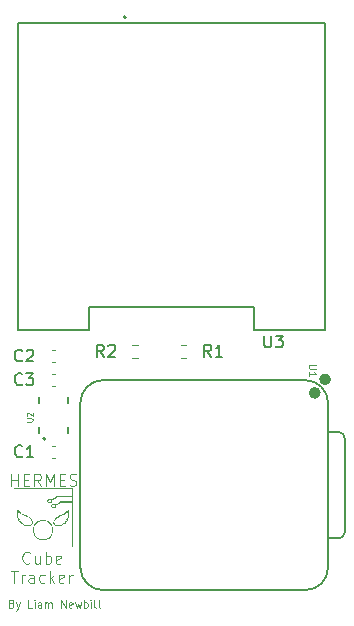
<source format=gbr>
%TF.GenerationSoftware,KiCad,Pcbnew,9.0.2*%
%TF.CreationDate,2025-07-30T21:05:43-04:00*%
%TF.ProjectId,Hermes,4865726d-6573-42e6-9b69-6361645f7063,rev?*%
%TF.SameCoordinates,Original*%
%TF.FileFunction,Legend,Top*%
%TF.FilePolarity,Positive*%
%FSLAX46Y46*%
G04 Gerber Fmt 4.6, Leading zero omitted, Abs format (unit mm)*
G04 Created by KiCad (PCBNEW 9.0.2) date 2025-07-30 21:05:43*
%MOMM*%
%LPD*%
G01*
G04 APERTURE LIST*
%ADD10C,0.125000*%
%ADD11C,0.100000*%
%ADD12C,0.087500*%
%ADD13C,0.150000*%
%ADD14C,0.120000*%
%ADD15C,0.101600*%
%ADD16C,0.000000*%
%ADD17C,0.127000*%
%ADD18C,0.200000*%
%ADD19C,0.504000*%
G04 APERTURE END LIST*
D10*
X149976190Y-95665936D02*
X149928571Y-95713556D01*
X149928571Y-95713556D02*
X149785714Y-95761175D01*
X149785714Y-95761175D02*
X149690476Y-95761175D01*
X149690476Y-95761175D02*
X149547619Y-95713556D01*
X149547619Y-95713556D02*
X149452381Y-95618317D01*
X149452381Y-95618317D02*
X149404762Y-95523079D01*
X149404762Y-95523079D02*
X149357143Y-95332603D01*
X149357143Y-95332603D02*
X149357143Y-95189746D01*
X149357143Y-95189746D02*
X149404762Y-94999270D01*
X149404762Y-94999270D02*
X149452381Y-94904032D01*
X149452381Y-94904032D02*
X149547619Y-94808794D01*
X149547619Y-94808794D02*
X149690476Y-94761175D01*
X149690476Y-94761175D02*
X149785714Y-94761175D01*
X149785714Y-94761175D02*
X149928571Y-94808794D01*
X149928571Y-94808794D02*
X149976190Y-94856413D01*
X150833333Y-95094508D02*
X150833333Y-95761175D01*
X150404762Y-95094508D02*
X150404762Y-95618317D01*
X150404762Y-95618317D02*
X150452381Y-95713556D01*
X150452381Y-95713556D02*
X150547619Y-95761175D01*
X150547619Y-95761175D02*
X150690476Y-95761175D01*
X150690476Y-95761175D02*
X150785714Y-95713556D01*
X150785714Y-95713556D02*
X150833333Y-95665936D01*
X151309524Y-95761175D02*
X151309524Y-94761175D01*
X151309524Y-95142127D02*
X151404762Y-95094508D01*
X151404762Y-95094508D02*
X151595238Y-95094508D01*
X151595238Y-95094508D02*
X151690476Y-95142127D01*
X151690476Y-95142127D02*
X151738095Y-95189746D01*
X151738095Y-95189746D02*
X151785714Y-95284984D01*
X151785714Y-95284984D02*
X151785714Y-95570698D01*
X151785714Y-95570698D02*
X151738095Y-95665936D01*
X151738095Y-95665936D02*
X151690476Y-95713556D01*
X151690476Y-95713556D02*
X151595238Y-95761175D01*
X151595238Y-95761175D02*
X151404762Y-95761175D01*
X151404762Y-95761175D02*
X151309524Y-95713556D01*
X152595238Y-95713556D02*
X152500000Y-95761175D01*
X152500000Y-95761175D02*
X152309524Y-95761175D01*
X152309524Y-95761175D02*
X152214286Y-95713556D01*
X152214286Y-95713556D02*
X152166667Y-95618317D01*
X152166667Y-95618317D02*
X152166667Y-95237365D01*
X152166667Y-95237365D02*
X152214286Y-95142127D01*
X152214286Y-95142127D02*
X152309524Y-95094508D01*
X152309524Y-95094508D02*
X152500000Y-95094508D01*
X152500000Y-95094508D02*
X152595238Y-95142127D01*
X152595238Y-95142127D02*
X152642857Y-95237365D01*
X152642857Y-95237365D02*
X152642857Y-95332603D01*
X152642857Y-95332603D02*
X152166667Y-95427841D01*
X148380952Y-96371119D02*
X148952380Y-96371119D01*
X148666666Y-97371119D02*
X148666666Y-96371119D01*
X149285714Y-97371119D02*
X149285714Y-96704452D01*
X149285714Y-96894928D02*
X149333333Y-96799690D01*
X149333333Y-96799690D02*
X149380952Y-96752071D01*
X149380952Y-96752071D02*
X149476190Y-96704452D01*
X149476190Y-96704452D02*
X149571428Y-96704452D01*
X150333333Y-97371119D02*
X150333333Y-96847309D01*
X150333333Y-96847309D02*
X150285714Y-96752071D01*
X150285714Y-96752071D02*
X150190476Y-96704452D01*
X150190476Y-96704452D02*
X150000000Y-96704452D01*
X150000000Y-96704452D02*
X149904762Y-96752071D01*
X150333333Y-97323500D02*
X150238095Y-97371119D01*
X150238095Y-97371119D02*
X150000000Y-97371119D01*
X150000000Y-97371119D02*
X149904762Y-97323500D01*
X149904762Y-97323500D02*
X149857143Y-97228261D01*
X149857143Y-97228261D02*
X149857143Y-97133023D01*
X149857143Y-97133023D02*
X149904762Y-97037785D01*
X149904762Y-97037785D02*
X150000000Y-96990166D01*
X150000000Y-96990166D02*
X150238095Y-96990166D01*
X150238095Y-96990166D02*
X150333333Y-96942547D01*
X151238095Y-97323500D02*
X151142857Y-97371119D01*
X151142857Y-97371119D02*
X150952381Y-97371119D01*
X150952381Y-97371119D02*
X150857143Y-97323500D01*
X150857143Y-97323500D02*
X150809524Y-97275880D01*
X150809524Y-97275880D02*
X150761905Y-97180642D01*
X150761905Y-97180642D02*
X150761905Y-96894928D01*
X150761905Y-96894928D02*
X150809524Y-96799690D01*
X150809524Y-96799690D02*
X150857143Y-96752071D01*
X150857143Y-96752071D02*
X150952381Y-96704452D01*
X150952381Y-96704452D02*
X151142857Y-96704452D01*
X151142857Y-96704452D02*
X151238095Y-96752071D01*
X151666667Y-97371119D02*
X151666667Y-96371119D01*
X151761905Y-96990166D02*
X152047619Y-97371119D01*
X152047619Y-96704452D02*
X151666667Y-97085404D01*
X152857143Y-97323500D02*
X152761905Y-97371119D01*
X152761905Y-97371119D02*
X152571429Y-97371119D01*
X152571429Y-97371119D02*
X152476191Y-97323500D01*
X152476191Y-97323500D02*
X152428572Y-97228261D01*
X152428572Y-97228261D02*
X152428572Y-96847309D01*
X152428572Y-96847309D02*
X152476191Y-96752071D01*
X152476191Y-96752071D02*
X152571429Y-96704452D01*
X152571429Y-96704452D02*
X152761905Y-96704452D01*
X152761905Y-96704452D02*
X152857143Y-96752071D01*
X152857143Y-96752071D02*
X152904762Y-96847309D01*
X152904762Y-96847309D02*
X152904762Y-96942547D01*
X152904762Y-96942547D02*
X152428572Y-97037785D01*
X153333334Y-97371119D02*
X153333334Y-96704452D01*
X153333334Y-96894928D02*
X153380953Y-96799690D01*
X153380953Y-96799690D02*
X153428572Y-96752071D01*
X153428572Y-96752071D02*
X153523810Y-96704452D01*
X153523810Y-96704452D02*
X153619048Y-96704452D01*
D11*
X148403884Y-89172419D02*
X148403884Y-88172419D01*
X148403884Y-88648609D02*
X148975312Y-88648609D01*
X148975312Y-89172419D02*
X148975312Y-88172419D01*
X149451503Y-88648609D02*
X149784836Y-88648609D01*
X149927693Y-89172419D02*
X149451503Y-89172419D01*
X149451503Y-89172419D02*
X149451503Y-88172419D01*
X149451503Y-88172419D02*
X149927693Y-88172419D01*
X150927693Y-89172419D02*
X150594360Y-88696228D01*
X150356265Y-89172419D02*
X150356265Y-88172419D01*
X150356265Y-88172419D02*
X150737217Y-88172419D01*
X150737217Y-88172419D02*
X150832455Y-88220038D01*
X150832455Y-88220038D02*
X150880074Y-88267657D01*
X150880074Y-88267657D02*
X150927693Y-88362895D01*
X150927693Y-88362895D02*
X150927693Y-88505752D01*
X150927693Y-88505752D02*
X150880074Y-88600990D01*
X150880074Y-88600990D02*
X150832455Y-88648609D01*
X150832455Y-88648609D02*
X150737217Y-88696228D01*
X150737217Y-88696228D02*
X150356265Y-88696228D01*
X151356265Y-89172419D02*
X151356265Y-88172419D01*
X151356265Y-88172419D02*
X151689598Y-88886704D01*
X151689598Y-88886704D02*
X152022931Y-88172419D01*
X152022931Y-88172419D02*
X152022931Y-89172419D01*
X152499122Y-88648609D02*
X152832455Y-88648609D01*
X152975312Y-89172419D02*
X152499122Y-89172419D01*
X152499122Y-89172419D02*
X152499122Y-88172419D01*
X152499122Y-88172419D02*
X152975312Y-88172419D01*
X153356265Y-89124800D02*
X153499122Y-89172419D01*
X153499122Y-89172419D02*
X153737217Y-89172419D01*
X153737217Y-89172419D02*
X153832455Y-89124800D01*
X153832455Y-89124800D02*
X153880074Y-89077180D01*
X153880074Y-89077180D02*
X153927693Y-88981942D01*
X153927693Y-88981942D02*
X153927693Y-88886704D01*
X153927693Y-88886704D02*
X153880074Y-88791466D01*
X153880074Y-88791466D02*
X153832455Y-88743847D01*
X153832455Y-88743847D02*
X153737217Y-88696228D01*
X153737217Y-88696228D02*
X153546741Y-88648609D01*
X153546741Y-88648609D02*
X153451503Y-88600990D01*
X153451503Y-88600990D02*
X153403884Y-88553371D01*
X153403884Y-88553371D02*
X153356265Y-88458133D01*
X153356265Y-88458133D02*
X153356265Y-88362895D01*
X153356265Y-88362895D02*
X153403884Y-88267657D01*
X153403884Y-88267657D02*
X153451503Y-88220038D01*
X153451503Y-88220038D02*
X153546741Y-88172419D01*
X153546741Y-88172419D02*
X153784836Y-88172419D01*
X153784836Y-88172419D02*
X153927693Y-88220038D01*
D12*
X148428993Y-99143116D02*
X148521850Y-99176450D01*
X148521850Y-99176450D02*
X148552803Y-99209783D01*
X148552803Y-99209783D02*
X148583755Y-99276450D01*
X148583755Y-99276450D02*
X148583755Y-99376450D01*
X148583755Y-99376450D02*
X148552803Y-99443116D01*
X148552803Y-99443116D02*
X148521850Y-99476450D01*
X148521850Y-99476450D02*
X148459945Y-99509783D01*
X148459945Y-99509783D02*
X148212326Y-99509783D01*
X148212326Y-99509783D02*
X148212326Y-98809783D01*
X148212326Y-98809783D02*
X148428993Y-98809783D01*
X148428993Y-98809783D02*
X148490898Y-98843116D01*
X148490898Y-98843116D02*
X148521850Y-98876450D01*
X148521850Y-98876450D02*
X148552803Y-98943116D01*
X148552803Y-98943116D02*
X148552803Y-99009783D01*
X148552803Y-99009783D02*
X148521850Y-99076450D01*
X148521850Y-99076450D02*
X148490898Y-99109783D01*
X148490898Y-99109783D02*
X148428993Y-99143116D01*
X148428993Y-99143116D02*
X148212326Y-99143116D01*
X148800422Y-99043116D02*
X148955184Y-99509783D01*
X149109945Y-99043116D02*
X148955184Y-99509783D01*
X148955184Y-99509783D02*
X148893279Y-99676450D01*
X148893279Y-99676450D02*
X148862326Y-99709783D01*
X148862326Y-99709783D02*
X148800422Y-99743116D01*
X150162326Y-99509783D02*
X149852802Y-99509783D01*
X149852802Y-99509783D02*
X149852802Y-98809783D01*
X150378992Y-99509783D02*
X150378992Y-99043116D01*
X150378992Y-98809783D02*
X150348040Y-98843116D01*
X150348040Y-98843116D02*
X150378992Y-98876450D01*
X150378992Y-98876450D02*
X150409945Y-98843116D01*
X150409945Y-98843116D02*
X150378992Y-98809783D01*
X150378992Y-98809783D02*
X150378992Y-98876450D01*
X150967088Y-99509783D02*
X150967088Y-99143116D01*
X150967088Y-99143116D02*
X150936135Y-99076450D01*
X150936135Y-99076450D02*
X150874231Y-99043116D01*
X150874231Y-99043116D02*
X150750421Y-99043116D01*
X150750421Y-99043116D02*
X150688516Y-99076450D01*
X150967088Y-99476450D02*
X150905183Y-99509783D01*
X150905183Y-99509783D02*
X150750421Y-99509783D01*
X150750421Y-99509783D02*
X150688516Y-99476450D01*
X150688516Y-99476450D02*
X150657564Y-99409783D01*
X150657564Y-99409783D02*
X150657564Y-99343116D01*
X150657564Y-99343116D02*
X150688516Y-99276450D01*
X150688516Y-99276450D02*
X150750421Y-99243116D01*
X150750421Y-99243116D02*
X150905183Y-99243116D01*
X150905183Y-99243116D02*
X150967088Y-99209783D01*
X151276611Y-99509783D02*
X151276611Y-99043116D01*
X151276611Y-99109783D02*
X151307564Y-99076450D01*
X151307564Y-99076450D02*
X151369469Y-99043116D01*
X151369469Y-99043116D02*
X151462326Y-99043116D01*
X151462326Y-99043116D02*
X151524230Y-99076450D01*
X151524230Y-99076450D02*
X151555183Y-99143116D01*
X151555183Y-99143116D02*
X151555183Y-99509783D01*
X151555183Y-99143116D02*
X151586135Y-99076450D01*
X151586135Y-99076450D02*
X151648040Y-99043116D01*
X151648040Y-99043116D02*
X151740897Y-99043116D01*
X151740897Y-99043116D02*
X151802802Y-99076450D01*
X151802802Y-99076450D02*
X151833754Y-99143116D01*
X151833754Y-99143116D02*
X151833754Y-99509783D01*
X152638516Y-99509783D02*
X152638516Y-98809783D01*
X152638516Y-98809783D02*
X153009945Y-99509783D01*
X153009945Y-99509783D02*
X153009945Y-98809783D01*
X153567087Y-99476450D02*
X153505183Y-99509783D01*
X153505183Y-99509783D02*
X153381373Y-99509783D01*
X153381373Y-99509783D02*
X153319468Y-99476450D01*
X153319468Y-99476450D02*
X153288516Y-99409783D01*
X153288516Y-99409783D02*
X153288516Y-99143116D01*
X153288516Y-99143116D02*
X153319468Y-99076450D01*
X153319468Y-99076450D02*
X153381373Y-99043116D01*
X153381373Y-99043116D02*
X153505183Y-99043116D01*
X153505183Y-99043116D02*
X153567087Y-99076450D01*
X153567087Y-99076450D02*
X153598040Y-99143116D01*
X153598040Y-99143116D02*
X153598040Y-99209783D01*
X153598040Y-99209783D02*
X153288516Y-99276450D01*
X153814707Y-99043116D02*
X153938516Y-99509783D01*
X153938516Y-99509783D02*
X154062326Y-99176450D01*
X154062326Y-99176450D02*
X154186135Y-99509783D01*
X154186135Y-99509783D02*
X154309945Y-99043116D01*
X154557563Y-99509783D02*
X154557563Y-98809783D01*
X154557563Y-99076450D02*
X154619468Y-99043116D01*
X154619468Y-99043116D02*
X154743278Y-99043116D01*
X154743278Y-99043116D02*
X154805182Y-99076450D01*
X154805182Y-99076450D02*
X154836135Y-99109783D01*
X154836135Y-99109783D02*
X154867087Y-99176450D01*
X154867087Y-99176450D02*
X154867087Y-99376450D01*
X154867087Y-99376450D02*
X154836135Y-99443116D01*
X154836135Y-99443116D02*
X154805182Y-99476450D01*
X154805182Y-99476450D02*
X154743278Y-99509783D01*
X154743278Y-99509783D02*
X154619468Y-99509783D01*
X154619468Y-99509783D02*
X154557563Y-99476450D01*
X155145658Y-99509783D02*
X155145658Y-99043116D01*
X155145658Y-98809783D02*
X155114706Y-98843116D01*
X155114706Y-98843116D02*
X155145658Y-98876450D01*
X155145658Y-98876450D02*
X155176611Y-98843116D01*
X155176611Y-98843116D02*
X155145658Y-98809783D01*
X155145658Y-98809783D02*
X155145658Y-98876450D01*
X155548040Y-99509783D02*
X155486135Y-99476450D01*
X155486135Y-99476450D02*
X155455182Y-99409783D01*
X155455182Y-99409783D02*
X155455182Y-98809783D01*
X155888516Y-99509783D02*
X155826611Y-99476450D01*
X155826611Y-99476450D02*
X155795658Y-99409783D01*
X155795658Y-99409783D02*
X155795658Y-98809783D01*
D13*
X149333333Y-78559580D02*
X149285714Y-78607200D01*
X149285714Y-78607200D02*
X149142857Y-78654819D01*
X149142857Y-78654819D02*
X149047619Y-78654819D01*
X149047619Y-78654819D02*
X148904762Y-78607200D01*
X148904762Y-78607200D02*
X148809524Y-78511961D01*
X148809524Y-78511961D02*
X148761905Y-78416723D01*
X148761905Y-78416723D02*
X148714286Y-78226247D01*
X148714286Y-78226247D02*
X148714286Y-78083390D01*
X148714286Y-78083390D02*
X148761905Y-77892914D01*
X148761905Y-77892914D02*
X148809524Y-77797676D01*
X148809524Y-77797676D02*
X148904762Y-77702438D01*
X148904762Y-77702438D02*
X149047619Y-77654819D01*
X149047619Y-77654819D02*
X149142857Y-77654819D01*
X149142857Y-77654819D02*
X149285714Y-77702438D01*
X149285714Y-77702438D02*
X149333333Y-77750057D01*
X149714286Y-77750057D02*
X149761905Y-77702438D01*
X149761905Y-77702438D02*
X149857143Y-77654819D01*
X149857143Y-77654819D02*
X150095238Y-77654819D01*
X150095238Y-77654819D02*
X150190476Y-77702438D01*
X150190476Y-77702438D02*
X150238095Y-77750057D01*
X150238095Y-77750057D02*
X150285714Y-77845295D01*
X150285714Y-77845295D02*
X150285714Y-77940533D01*
X150285714Y-77940533D02*
X150238095Y-78083390D01*
X150238095Y-78083390D02*
X149666667Y-78654819D01*
X149666667Y-78654819D02*
X150285714Y-78654819D01*
D14*
X149731017Y-83741714D02*
X150119588Y-83741714D01*
X150119588Y-83741714D02*
X150165302Y-83718857D01*
X150165302Y-83718857D02*
X150188160Y-83696000D01*
X150188160Y-83696000D02*
X150211017Y-83650285D01*
X150211017Y-83650285D02*
X150211017Y-83558857D01*
X150211017Y-83558857D02*
X150188160Y-83513142D01*
X150188160Y-83513142D02*
X150165302Y-83490285D01*
X150165302Y-83490285D02*
X150119588Y-83467428D01*
X150119588Y-83467428D02*
X149731017Y-83467428D01*
X149776731Y-83261714D02*
X149753874Y-83238857D01*
X149753874Y-83238857D02*
X149731017Y-83193143D01*
X149731017Y-83193143D02*
X149731017Y-83078857D01*
X149731017Y-83078857D02*
X149753874Y-83033143D01*
X149753874Y-83033143D02*
X149776731Y-83010285D01*
X149776731Y-83010285D02*
X149822445Y-82987428D01*
X149822445Y-82987428D02*
X149868160Y-82987428D01*
X149868160Y-82987428D02*
X149936731Y-83010285D01*
X149936731Y-83010285D02*
X150211017Y-83284571D01*
X150211017Y-83284571D02*
X150211017Y-82987428D01*
D13*
X156258333Y-78234819D02*
X155925000Y-77758628D01*
X155686905Y-78234819D02*
X155686905Y-77234819D01*
X155686905Y-77234819D02*
X156067857Y-77234819D01*
X156067857Y-77234819D02*
X156163095Y-77282438D01*
X156163095Y-77282438D02*
X156210714Y-77330057D01*
X156210714Y-77330057D02*
X156258333Y-77425295D01*
X156258333Y-77425295D02*
X156258333Y-77568152D01*
X156258333Y-77568152D02*
X156210714Y-77663390D01*
X156210714Y-77663390D02*
X156163095Y-77711009D01*
X156163095Y-77711009D02*
X156067857Y-77758628D01*
X156067857Y-77758628D02*
X155686905Y-77758628D01*
X156639286Y-77330057D02*
X156686905Y-77282438D01*
X156686905Y-77282438D02*
X156782143Y-77234819D01*
X156782143Y-77234819D02*
X157020238Y-77234819D01*
X157020238Y-77234819D02*
X157115476Y-77282438D01*
X157115476Y-77282438D02*
X157163095Y-77330057D01*
X157163095Y-77330057D02*
X157210714Y-77425295D01*
X157210714Y-77425295D02*
X157210714Y-77520533D01*
X157210714Y-77520533D02*
X157163095Y-77663390D01*
X157163095Y-77663390D02*
X156591667Y-78234819D01*
X156591667Y-78234819D02*
X157210714Y-78234819D01*
X169838095Y-76454819D02*
X169838095Y-77264342D01*
X169838095Y-77264342D02*
X169885714Y-77359580D01*
X169885714Y-77359580D02*
X169933333Y-77407200D01*
X169933333Y-77407200D02*
X170028571Y-77454819D01*
X170028571Y-77454819D02*
X170219047Y-77454819D01*
X170219047Y-77454819D02*
X170314285Y-77407200D01*
X170314285Y-77407200D02*
X170361904Y-77359580D01*
X170361904Y-77359580D02*
X170409523Y-77264342D01*
X170409523Y-77264342D02*
X170409523Y-76454819D01*
X170790476Y-76454819D02*
X171409523Y-76454819D01*
X171409523Y-76454819D02*
X171076190Y-76835771D01*
X171076190Y-76835771D02*
X171219047Y-76835771D01*
X171219047Y-76835771D02*
X171314285Y-76883390D01*
X171314285Y-76883390D02*
X171361904Y-76931009D01*
X171361904Y-76931009D02*
X171409523Y-77026247D01*
X171409523Y-77026247D02*
X171409523Y-77264342D01*
X171409523Y-77264342D02*
X171361904Y-77359580D01*
X171361904Y-77359580D02*
X171314285Y-77407200D01*
X171314285Y-77407200D02*
X171219047Y-77454819D01*
X171219047Y-77454819D02*
X170933333Y-77454819D01*
X170933333Y-77454819D02*
X170838095Y-77407200D01*
X170838095Y-77407200D02*
X170790476Y-77359580D01*
D15*
X174246520Y-78916190D02*
X173732473Y-78916190D01*
X173732473Y-78916190D02*
X173671997Y-78946428D01*
X173671997Y-78946428D02*
X173641759Y-78976666D01*
X173641759Y-78976666D02*
X173611520Y-79037142D01*
X173611520Y-79037142D02*
X173611520Y-79158095D01*
X173611520Y-79158095D02*
X173641759Y-79218571D01*
X173641759Y-79218571D02*
X173671997Y-79248809D01*
X173671997Y-79248809D02*
X173732473Y-79279047D01*
X173732473Y-79279047D02*
X174246520Y-79279047D01*
X173611520Y-79914047D02*
X173611520Y-79551190D01*
X173611520Y-79732618D02*
X174246520Y-79732618D01*
X174246520Y-79732618D02*
X174155806Y-79672142D01*
X174155806Y-79672142D02*
X174095330Y-79611666D01*
X174095330Y-79611666D02*
X174065092Y-79551190D01*
D13*
X149333333Y-86659580D02*
X149285714Y-86707200D01*
X149285714Y-86707200D02*
X149142857Y-86754819D01*
X149142857Y-86754819D02*
X149047619Y-86754819D01*
X149047619Y-86754819D02*
X148904762Y-86707200D01*
X148904762Y-86707200D02*
X148809524Y-86611961D01*
X148809524Y-86611961D02*
X148761905Y-86516723D01*
X148761905Y-86516723D02*
X148714286Y-86326247D01*
X148714286Y-86326247D02*
X148714286Y-86183390D01*
X148714286Y-86183390D02*
X148761905Y-85992914D01*
X148761905Y-85992914D02*
X148809524Y-85897676D01*
X148809524Y-85897676D02*
X148904762Y-85802438D01*
X148904762Y-85802438D02*
X149047619Y-85754819D01*
X149047619Y-85754819D02*
X149142857Y-85754819D01*
X149142857Y-85754819D02*
X149285714Y-85802438D01*
X149285714Y-85802438D02*
X149333333Y-85850057D01*
X150285714Y-86754819D02*
X149714286Y-86754819D01*
X150000000Y-86754819D02*
X150000000Y-85754819D01*
X150000000Y-85754819D02*
X149904762Y-85897676D01*
X149904762Y-85897676D02*
X149809524Y-85992914D01*
X149809524Y-85992914D02*
X149714286Y-86040533D01*
X165333333Y-78234819D02*
X165000000Y-77758628D01*
X164761905Y-78234819D02*
X164761905Y-77234819D01*
X164761905Y-77234819D02*
X165142857Y-77234819D01*
X165142857Y-77234819D02*
X165238095Y-77282438D01*
X165238095Y-77282438D02*
X165285714Y-77330057D01*
X165285714Y-77330057D02*
X165333333Y-77425295D01*
X165333333Y-77425295D02*
X165333333Y-77568152D01*
X165333333Y-77568152D02*
X165285714Y-77663390D01*
X165285714Y-77663390D02*
X165238095Y-77711009D01*
X165238095Y-77711009D02*
X165142857Y-77758628D01*
X165142857Y-77758628D02*
X164761905Y-77758628D01*
X166285714Y-78234819D02*
X165714286Y-78234819D01*
X166000000Y-78234819D02*
X166000000Y-77234819D01*
X166000000Y-77234819D02*
X165904762Y-77377676D01*
X165904762Y-77377676D02*
X165809524Y-77472914D01*
X165809524Y-77472914D02*
X165714286Y-77520533D01*
X149333333Y-80559580D02*
X149285714Y-80607200D01*
X149285714Y-80607200D02*
X149142857Y-80654819D01*
X149142857Y-80654819D02*
X149047619Y-80654819D01*
X149047619Y-80654819D02*
X148904762Y-80607200D01*
X148904762Y-80607200D02*
X148809524Y-80511961D01*
X148809524Y-80511961D02*
X148761905Y-80416723D01*
X148761905Y-80416723D02*
X148714286Y-80226247D01*
X148714286Y-80226247D02*
X148714286Y-80083390D01*
X148714286Y-80083390D02*
X148761905Y-79892914D01*
X148761905Y-79892914D02*
X148809524Y-79797676D01*
X148809524Y-79797676D02*
X148904762Y-79702438D01*
X148904762Y-79702438D02*
X149047619Y-79654819D01*
X149047619Y-79654819D02*
X149142857Y-79654819D01*
X149142857Y-79654819D02*
X149285714Y-79702438D01*
X149285714Y-79702438D02*
X149333333Y-79750057D01*
X149666667Y-79654819D02*
X150285714Y-79654819D01*
X150285714Y-79654819D02*
X149952381Y-80035771D01*
X149952381Y-80035771D02*
X150095238Y-80035771D01*
X150095238Y-80035771D02*
X150190476Y-80083390D01*
X150190476Y-80083390D02*
X150238095Y-80131009D01*
X150238095Y-80131009D02*
X150285714Y-80226247D01*
X150285714Y-80226247D02*
X150285714Y-80464342D01*
X150285714Y-80464342D02*
X150238095Y-80559580D01*
X150238095Y-80559580D02*
X150190476Y-80607200D01*
X150190476Y-80607200D02*
X150095238Y-80654819D01*
X150095238Y-80654819D02*
X149809524Y-80654819D01*
X149809524Y-80654819D02*
X149714286Y-80607200D01*
X149714286Y-80607200D02*
X149666667Y-80559580D01*
D16*
%TO.C,G\u002A\u002A\u002A*%
G36*
X151149009Y-92065580D02*
G01*
X151218718Y-92069552D01*
X151278599Y-92076940D01*
X151310000Y-92083725D01*
X151435993Y-92128451D01*
X151551794Y-92189813D01*
X151656147Y-92266557D01*
X151747797Y-92357427D01*
X151825489Y-92461168D01*
X151887969Y-92576525D01*
X151933981Y-92702243D01*
X151936172Y-92710023D01*
X151945851Y-92759977D01*
X151952120Y-92823730D01*
X151954976Y-92895377D01*
X151954419Y-92969009D01*
X151950447Y-93038718D01*
X151943059Y-93098599D01*
X151936274Y-93130000D01*
X151891897Y-93254887D01*
X151830903Y-93370109D01*
X151754708Y-93474240D01*
X151664728Y-93565858D01*
X151562379Y-93643540D01*
X151449076Y-93705863D01*
X151326234Y-93751403D01*
X151315000Y-93754563D01*
X151280323Y-93761303D01*
X151231462Y-93767221D01*
X151174120Y-93772000D01*
X151114000Y-93775321D01*
X151056806Y-93776867D01*
X151008242Y-93776319D01*
X150975000Y-93773523D01*
X150877360Y-93750723D01*
X150776072Y-93714360D01*
X150678567Y-93667521D01*
X150596564Y-93616383D01*
X150500439Y-93535535D01*
X150416519Y-93439993D01*
X150346313Y-93331959D01*
X150291326Y-93213636D01*
X150263827Y-93129976D01*
X150254148Y-93080022D01*
X150247879Y-93016269D01*
X150245023Y-92944622D01*
X150245514Y-92879709D01*
X150315096Y-92879709D01*
X150315495Y-92970354D01*
X150323920Y-93056631D01*
X150337962Y-93122991D01*
X150382079Y-93242970D01*
X150442232Y-93352099D01*
X150517084Y-93449165D01*
X150605300Y-93532949D01*
X150705543Y-93602239D01*
X150816477Y-93655816D01*
X150936767Y-93692467D01*
X150971639Y-93699476D01*
X151025829Y-93705143D01*
X151092205Y-93706032D01*
X151163637Y-93702552D01*
X151232995Y-93695111D01*
X151293149Y-93684117D01*
X151308286Y-93680202D01*
X151426618Y-93636718D01*
X151534663Y-93576685D01*
X151631096Y-93501429D01*
X151714594Y-93412280D01*
X151783831Y-93310566D01*
X151837485Y-93197617D01*
X151861648Y-93125000D01*
X151877281Y-93047882D01*
X151884903Y-92960290D01*
X151884504Y-92869645D01*
X151876079Y-92783368D01*
X151862037Y-92717008D01*
X151817725Y-92596329D01*
X151757343Y-92486779D01*
X151682020Y-92389488D01*
X151592881Y-92305588D01*
X151491056Y-92236208D01*
X151377671Y-92182480D01*
X151305000Y-92158351D01*
X151227882Y-92142718D01*
X151140290Y-92135096D01*
X151049645Y-92135495D01*
X150963368Y-92143920D01*
X150897008Y-92157962D01*
X150776329Y-92202274D01*
X150666779Y-92262656D01*
X150569488Y-92337979D01*
X150485588Y-92427118D01*
X150416208Y-92528943D01*
X150362480Y-92642328D01*
X150338351Y-92715000D01*
X150322718Y-92792117D01*
X150315096Y-92879709D01*
X150245514Y-92879709D01*
X150245580Y-92870990D01*
X150249552Y-92801281D01*
X150256940Y-92741400D01*
X150263725Y-92710000D01*
X150308451Y-92584006D01*
X150369813Y-92468205D01*
X150446557Y-92363852D01*
X150537427Y-92272202D01*
X150641168Y-92194510D01*
X150756525Y-92132030D01*
X150882243Y-92086018D01*
X150890023Y-92083827D01*
X150939977Y-92074148D01*
X151003730Y-92067879D01*
X151075377Y-92065023D01*
X151149009Y-92065580D01*
G37*
G36*
X153600000Y-91900000D02*
G01*
X153600000Y-94400000D01*
X151100000Y-94400000D01*
X148600000Y-94400000D01*
X148600000Y-94350000D01*
X148650000Y-94350000D01*
X151100000Y-94350000D01*
X153550000Y-94350000D01*
X153550000Y-92475000D01*
X153550000Y-90600000D01*
X153102235Y-90600000D01*
X152654471Y-90600000D01*
X152432359Y-90717500D01*
X152210247Y-90835000D01*
X152210123Y-90882821D01*
X152201381Y-90945589D01*
X152177462Y-90999446D01*
X152141306Y-91043070D01*
X152095856Y-91075138D01*
X152044053Y-91094326D01*
X151988837Y-91099312D01*
X151933151Y-91088774D01*
X151879936Y-91061388D01*
X151856239Y-91041969D01*
X151818122Y-90993851D01*
X151796788Y-90939486D01*
X151792205Y-90889386D01*
X151885000Y-90889386D01*
X151893716Y-90938015D01*
X151918825Y-90976567D01*
X151955000Y-91000971D01*
X151993159Y-91007882D01*
X152035205Y-91000228D01*
X152073520Y-90979804D01*
X152084066Y-90970549D01*
X152103683Y-90947474D01*
X152112761Y-90924066D01*
X152114999Y-90890693D01*
X152115000Y-90890000D01*
X152112904Y-90856621D01*
X152104004Y-90833169D01*
X152084383Y-90809781D01*
X152082307Y-90807692D01*
X152058514Y-90787079D01*
X152035419Y-90777491D01*
X152003159Y-90775008D01*
X152000000Y-90775000D01*
X151966621Y-90777095D01*
X151943169Y-90785995D01*
X151919781Y-90805616D01*
X151917692Y-90807692D01*
X151896929Y-90831734D01*
X151887370Y-90855139D01*
X151885001Y-90887933D01*
X151885000Y-90889386D01*
X151792205Y-90889386D01*
X151791565Y-90882392D01*
X151801784Y-90826092D01*
X151826774Y-90774105D01*
X151865866Y-90729952D01*
X151918390Y-90697154D01*
X151922178Y-90695530D01*
X151977110Y-90682088D01*
X152035022Y-90684001D01*
X152089678Y-90700257D01*
X152134839Y-90729848D01*
X152134967Y-90729969D01*
X152141463Y-90735444D01*
X152148782Y-90738496D01*
X152159074Y-90738238D01*
X152174492Y-90733783D01*
X152197186Y-90724242D01*
X152229307Y-90708728D01*
X152273007Y-90686353D01*
X152330438Y-90656229D01*
X152390103Y-90624690D01*
X152625000Y-90500397D01*
X153087500Y-90500198D01*
X153550000Y-90500000D01*
X153550000Y-90325000D01*
X153550000Y-90150000D01*
X152932122Y-90150000D01*
X152314245Y-90150000D01*
X152090597Y-90268794D01*
X151866950Y-90387589D01*
X151865975Y-90451294D01*
X151857336Y-90517222D01*
X151833300Y-90570659D01*
X151793357Y-90612465D01*
X151758181Y-90634033D01*
X151700961Y-90655227D01*
X151647342Y-90658314D01*
X151592388Y-90643247D01*
X151568985Y-90632156D01*
X151533085Y-90610158D01*
X151508252Y-90584808D01*
X151487843Y-90551014D01*
X151465552Y-90493455D01*
X151462551Y-90450031D01*
X151550000Y-90450031D01*
X151557974Y-90487131D01*
X151578358Y-90524055D01*
X151605840Y-90551353D01*
X151607556Y-90552452D01*
X151646303Y-90567829D01*
X151686744Y-90565162D01*
X151713928Y-90554838D01*
X151745610Y-90531516D01*
X151769318Y-90498726D01*
X151779865Y-90463920D01*
X151780000Y-90459968D01*
X151771628Y-90420593D01*
X151749577Y-90384336D01*
X151718442Y-90356207D01*
X151682817Y-90341216D01*
X151669968Y-90340000D01*
X151630593Y-90348371D01*
X151594336Y-90370422D01*
X151566207Y-90401557D01*
X151551216Y-90437182D01*
X151550000Y-90450031D01*
X151462551Y-90450031D01*
X151461755Y-90438519D01*
X151476344Y-90381492D01*
X151483491Y-90364972D01*
X151517566Y-90313170D01*
X151562912Y-90276521D01*
X151616734Y-90255964D01*
X151676233Y-90252437D01*
X151738613Y-90266880D01*
X151755184Y-90273798D01*
X151812742Y-90300149D01*
X152049858Y-90175074D01*
X152286974Y-90050000D01*
X152918487Y-90050000D01*
X153550000Y-90050000D01*
X153550000Y-89750000D01*
X153550000Y-89450000D01*
X151100000Y-89450000D01*
X148650000Y-89450000D01*
X148650000Y-91900000D01*
X148650000Y-94350000D01*
X148600000Y-94350000D01*
X148600000Y-91900000D01*
X148600000Y-89400000D01*
X151100000Y-89400000D01*
X153600000Y-89400000D01*
X153600000Y-91900000D01*
G37*
G36*
X153238442Y-91175199D02*
G01*
X153245216Y-91180179D01*
X153267184Y-91206359D01*
X153283569Y-91245109D01*
X153295318Y-91299183D01*
X153300616Y-91340881D01*
X153304442Y-91410441D01*
X153302779Y-91484458D01*
X153296171Y-91556758D01*
X153285166Y-91621166D01*
X153271708Y-91667925D01*
X153253181Y-91716685D01*
X153276590Y-91743900D01*
X153292695Y-91769876D01*
X153299965Y-91795929D01*
X153300000Y-91797400D01*
X153291741Y-91837420D01*
X153268538Y-91883325D01*
X153232747Y-91930967D01*
X153210939Y-91954074D01*
X153161359Y-92002909D01*
X153193179Y-92024277D01*
X153220023Y-92051337D01*
X153228802Y-92082775D01*
X153220519Y-92116930D01*
X153196175Y-92152138D01*
X153156772Y-92186735D01*
X153103310Y-92219059D01*
X153065404Y-92236463D01*
X153039104Y-92248578D01*
X153027303Y-92259672D01*
X153025617Y-92275316D01*
X153026980Y-92285266D01*
X153023023Y-92320269D01*
X153000454Y-92353131D01*
X152960629Y-92382859D01*
X152904904Y-92408460D01*
X152834634Y-92428942D01*
X152829059Y-92430190D01*
X152796224Y-92438647D01*
X152777265Y-92448296D01*
X152766247Y-92463080D01*
X152761275Y-92475237D01*
X152738957Y-92508410D01*
X152714457Y-92524587D01*
X152663771Y-92542588D01*
X152597687Y-92556872D01*
X152520535Y-92566994D01*
X152436647Y-92572512D01*
X152350353Y-92572983D01*
X152278847Y-92569127D01*
X152197822Y-92556948D01*
X152132143Y-92534343D01*
X152079128Y-92499541D01*
X152036092Y-92450773D01*
X152000354Y-92386268D01*
X151999782Y-92385000D01*
X151978380Y-92332325D01*
X151967198Y-92289536D01*
X151966519Y-92276279D01*
X152042082Y-92276279D01*
X152057272Y-92335441D01*
X152070281Y-92365589D01*
X152100957Y-92417839D01*
X152137255Y-92454082D01*
X152183745Y-92478283D01*
X152209387Y-92486350D01*
X152241743Y-92491858D01*
X152288972Y-92495829D01*
X152346007Y-92498227D01*
X152407776Y-92499015D01*
X152469212Y-92498156D01*
X152525245Y-92495615D01*
X152570805Y-92491354D01*
X152585461Y-92489068D01*
X152637311Y-92477284D01*
X152672005Y-92463472D01*
X152692385Y-92445907D01*
X152701293Y-92422863D01*
X152701860Y-92418386D01*
X152704108Y-92403380D01*
X152709827Y-92392906D01*
X152722819Y-92384783D01*
X152746887Y-92376826D01*
X152785832Y-92366855D01*
X152795931Y-92364380D01*
X152860681Y-92346634D01*
X152910119Y-92328998D01*
X152942562Y-92312146D01*
X152954571Y-92300693D01*
X152950270Y-92290422D01*
X152933083Y-92273706D01*
X152914088Y-92259373D01*
X152867766Y-92227502D01*
X152951383Y-92200433D01*
X153026741Y-92173518D01*
X153084324Y-92147084D01*
X153126301Y-92120076D01*
X153138481Y-92109567D01*
X153152520Y-92090551D01*
X153147664Y-92077777D01*
X153123847Y-92071177D01*
X153102756Y-92070153D01*
X153077611Y-92065986D01*
X153060850Y-92050081D01*
X153054247Y-92038543D01*
X153044777Y-92018144D01*
X153045445Y-92005095D01*
X153058571Y-91991772D01*
X153071490Y-91981904D01*
X153100912Y-91957448D01*
X153133941Y-91926381D01*
X153166765Y-91892753D01*
X153195573Y-91860613D01*
X153216551Y-91834009D01*
X153225550Y-91818264D01*
X153225400Y-91794892D01*
X153217817Y-91785761D01*
X153202971Y-91769523D01*
X153187801Y-91745571D01*
X153187779Y-91745529D01*
X153178686Y-91724536D01*
X153179009Y-91707208D01*
X153189235Y-91683733D01*
X153191017Y-91680293D01*
X153208168Y-91637697D01*
X153220094Y-91584409D01*
X153227212Y-91517613D01*
X153229942Y-91434498D01*
X153230000Y-91418387D01*
X153230000Y-91299504D01*
X153127500Y-91403115D01*
X153036588Y-91489353D01*
X152949981Y-91559179D01*
X152864477Y-91614719D01*
X152776873Y-91658099D01*
X152701123Y-91686120D01*
X152608973Y-91720305D01*
X152516212Y-91763328D01*
X152425338Y-91813359D01*
X152338850Y-91868571D01*
X152259247Y-91927136D01*
X152189027Y-91987225D01*
X152130689Y-92047010D01*
X152086732Y-92104663D01*
X152061074Y-92154423D01*
X152043443Y-92218108D01*
X152042082Y-92276279D01*
X151966519Y-92276279D01*
X151965173Y-92250003D01*
X151971231Y-92207151D01*
X151988554Y-92144034D01*
X152014063Y-92087364D01*
X152050470Y-92032729D01*
X152100486Y-91975720D01*
X152133961Y-91942536D01*
X152256071Y-91838182D01*
X152387952Y-91749754D01*
X152531742Y-91675963D01*
X152657870Y-91626222D01*
X152716049Y-91605421D01*
X152760814Y-91587683D01*
X152797889Y-91570258D01*
X152832996Y-91550397D01*
X152871860Y-91525350D01*
X152881852Y-91518621D01*
X152985692Y-91438956D01*
X153085280Y-91344541D01*
X153175356Y-91240603D01*
X153213385Y-91189270D01*
X153226664Y-91174331D01*
X153238442Y-91175199D01*
G37*
G36*
X148980138Y-91177719D02*
G01*
X148988871Y-91189895D01*
X149025476Y-91240476D01*
X149071957Y-91297035D01*
X149122574Y-91353051D01*
X149171587Y-91402004D01*
X149190964Y-91419452D01*
X149268950Y-91483292D01*
X149340088Y-91533521D01*
X149408997Y-91572911D01*
X149480299Y-91604235D01*
X149525000Y-91619939D01*
X149662512Y-91673354D01*
X149797329Y-91742647D01*
X149924463Y-91824842D01*
X150038926Y-91916963D01*
X150067684Y-91943801D01*
X150127642Y-92006290D01*
X150172028Y-92064033D01*
X150203261Y-92121020D01*
X150223760Y-92181240D01*
X150230448Y-92212197D01*
X150235243Y-92244672D01*
X150235124Y-92271349D01*
X150229195Y-92300247D01*
X150216561Y-92339385D01*
X150216091Y-92340738D01*
X150187479Y-92410576D01*
X150154120Y-92465345D01*
X150113399Y-92506797D01*
X150062698Y-92536685D01*
X149999402Y-92556763D01*
X149920894Y-92568783D01*
X149870000Y-92572610D01*
X149823816Y-92573702D01*
X149768037Y-92572919D01*
X149712962Y-92570448D01*
X149700000Y-92569549D01*
X149611477Y-92559870D01*
X149541718Y-92545517D01*
X149489975Y-92526221D01*
X149455503Y-92501711D01*
X149438724Y-92475237D01*
X149429573Y-92455792D01*
X149415843Y-92443716D01*
X149391601Y-92435068D01*
X149370940Y-92430190D01*
X149299174Y-92410025D01*
X149242364Y-92384785D01*
X149201732Y-92355377D01*
X149178504Y-92322705D01*
X149173904Y-92287676D01*
X149174392Y-92284720D01*
X149176646Y-92264773D01*
X149170883Y-92252574D01*
X149152771Y-92242533D01*
X149136828Y-92236229D01*
X149077893Y-92208803D01*
X149030691Y-92177027D01*
X148996383Y-92142849D01*
X148976130Y-92108220D01*
X148971091Y-92075090D01*
X148982428Y-92045409D01*
X149009440Y-92022173D01*
X149038162Y-92005688D01*
X148982717Y-91945801D01*
X148938034Y-91892085D01*
X148910852Y-91845708D01*
X148900716Y-91805192D01*
X148907173Y-91769061D01*
X148921288Y-91745633D01*
X148933239Y-91728949D01*
X148937509Y-91714545D01*
X148934533Y-91695117D01*
X148925956Y-91667108D01*
X148911423Y-91607486D01*
X148901159Y-91535458D01*
X148895751Y-91458275D01*
X148895769Y-91417007D01*
X148970034Y-91417007D01*
X148972196Y-91503705D01*
X148979046Y-91573905D01*
X148991051Y-91630657D01*
X149008677Y-91677012D01*
X149010239Y-91680156D01*
X149021106Y-91704809D01*
X149022040Y-91722467D01*
X149013382Y-91743297D01*
X149012415Y-91745156D01*
X148997453Y-91769031D01*
X148983059Y-91785117D01*
X148982818Y-91785297D01*
X148974087Y-91798145D01*
X148977814Y-91819133D01*
X148979135Y-91822726D01*
X148992411Y-91844776D01*
X149017085Y-91875271D01*
X149049133Y-91909925D01*
X149084527Y-91944451D01*
X149119244Y-91974563D01*
X149128509Y-91981781D01*
X149149229Y-91998442D01*
X149156271Y-92010715D01*
X149151951Y-92026224D01*
X149145752Y-92038543D01*
X149129966Y-92061048D01*
X149109388Y-92069473D01*
X149097243Y-92070153D01*
X149063051Y-92073387D01*
X149047805Y-92082772D01*
X149051375Y-92098454D01*
X149061518Y-92110016D01*
X149085968Y-92127886D01*
X149123842Y-92149160D01*
X149169508Y-92171170D01*
X149217332Y-92191254D01*
X149261682Y-92206745D01*
X149272500Y-92209839D01*
X149299892Y-92218556D01*
X149317056Y-92226631D01*
X149320000Y-92229970D01*
X149312363Y-92239254D01*
X149292866Y-92254823D01*
X149278120Y-92265056D01*
X149236240Y-92292771D01*
X149259324Y-92311463D01*
X149282593Y-92324597D01*
X149319820Y-92339453D01*
X149365286Y-92354157D01*
X149413275Y-92366837D01*
X149452419Y-92374730D01*
X149478817Y-92381951D01*
X149491798Y-92395369D01*
X149495754Y-92407938D01*
X149503309Y-92438550D01*
X149511385Y-92455618D01*
X149523957Y-92465297D01*
X149536139Y-92470433D01*
X149572903Y-92480135D01*
X149624785Y-92488119D01*
X149686957Y-92494180D01*
X149754595Y-92498114D01*
X149822871Y-92499716D01*
X149886961Y-92498782D01*
X149942038Y-92495105D01*
X149980000Y-92489264D01*
X150037030Y-92469572D01*
X150081240Y-92437854D01*
X150116492Y-92390936D01*
X150129352Y-92366357D01*
X150153250Y-92299029D01*
X150158843Y-92234134D01*
X150145799Y-92170233D01*
X150113791Y-92105886D01*
X150062488Y-92039654D01*
X150051933Y-92028220D01*
X149957293Y-91939872D01*
X149847076Y-91857771D01*
X149725356Y-91784447D01*
X149596209Y-91722433D01*
X149501974Y-91686566D01*
X149375142Y-91633218D01*
X149254271Y-91561091D01*
X149139087Y-91469996D01*
X149040292Y-91371895D01*
X148970068Y-91295000D01*
X148970034Y-91417007D01*
X148895769Y-91417007D01*
X148895783Y-91383190D01*
X148899250Y-91336693D01*
X148909130Y-91273226D01*
X148922931Y-91226549D01*
X148941732Y-91193655D01*
X148955712Y-91179409D01*
X148969219Y-91171480D01*
X148980138Y-91177719D01*
G37*
D14*
%TO.C,C2*%
X151859420Y-77690000D02*
X152140580Y-77690000D01*
X151859420Y-78710000D02*
X152140580Y-78710000D01*
D17*
%TO.C,U2*%
X150750000Y-82210000D02*
X150750000Y-81700000D01*
X150750000Y-84700000D02*
X150750000Y-84190000D01*
X153250000Y-81700000D02*
X153250000Y-82210000D01*
X153250000Y-84700000D02*
X153250000Y-84190000D01*
D18*
X151300000Y-85200000D02*
G75*
G02*
X151100000Y-85200000I-100000J0D01*
G01*
X151100000Y-85200000D02*
G75*
G02*
X151300000Y-85200000I100000J0D01*
G01*
D14*
%TO.C,R2*%
X159137258Y-77277500D02*
X158662742Y-77277500D01*
X159137258Y-78322500D02*
X158662742Y-78322500D01*
D17*
%TO.C,U3*%
X149000000Y-50012500D02*
X175000000Y-50012500D01*
X149000000Y-76012500D02*
X149000000Y-50012500D01*
X155000000Y-74012500D02*
X155000000Y-76012500D01*
X155000000Y-76012500D02*
X149000000Y-76012500D01*
X169000000Y-74012500D02*
X155000000Y-74012500D01*
X169000000Y-76012500D02*
X169000000Y-74012500D01*
X175000000Y-50012500D02*
X175000000Y-76012500D01*
X175000000Y-76012500D02*
X169000000Y-76012500D01*
D18*
X158100000Y-49512500D02*
G75*
G02*
X157900000Y-49512500I-100000J0D01*
G01*
X157900000Y-49512500D02*
G75*
G02*
X158100000Y-49512500I100000J0D01*
G01*
D17*
%TO.C,U1*%
X154266000Y-82135000D02*
X154266000Y-96105000D01*
X156171000Y-80230000D02*
X173316000Y-80230000D01*
X156171000Y-98010000D02*
X173316000Y-98010000D01*
X175221000Y-84625000D02*
X176131272Y-84628728D01*
D11*
X175221000Y-96105000D02*
X175221000Y-82135000D01*
D17*
X175221000Y-96105000D02*
X175221000Y-82135000D01*
X176131000Y-93624000D02*
X175221000Y-93624000D01*
X176631000Y-85128728D02*
X176631000Y-93124000D01*
X154266000Y-82135000D02*
G75*
G02*
X156171000Y-80230000I1905001J-1D01*
G01*
X156171000Y-98010000D02*
G75*
G02*
X154266000Y-96105000I0J1905000D01*
G01*
X173316000Y-80230000D02*
G75*
G02*
X175221000Y-82135000I-1J-1905001D01*
G01*
X175221000Y-96105000D02*
G75*
G02*
X173316000Y-98010000I-1905000J0D01*
G01*
X176131272Y-84628728D02*
G75*
G02*
X176630999Y-85128728I-291J-500018D01*
G01*
X176631000Y-93124000D02*
G75*
G02*
X176131000Y-93624000I-500000J0D01*
G01*
D19*
X174352000Y-81313000D02*
G75*
G02*
X173848000Y-81313000I-252000J0D01*
G01*
X173848000Y-81313000D02*
G75*
G02*
X174352000Y-81313000I252000J0D01*
G01*
X175232000Y-80170000D02*
G75*
G02*
X174728000Y-80170000I-252000J0D01*
G01*
X174728000Y-80170000D02*
G75*
G02*
X175232000Y-80170000I252000J0D01*
G01*
D14*
%TO.C,C1*%
X152140580Y-85790000D02*
X151859420Y-85790000D01*
X152140580Y-86810000D02*
X151859420Y-86810000D01*
%TO.C,R1*%
X163212258Y-77277500D02*
X162737742Y-77277500D01*
X163212258Y-78322500D02*
X162737742Y-78322500D01*
%TO.C,C3*%
X152140580Y-79690000D02*
X151859420Y-79690000D01*
X152140580Y-80710000D02*
X151859420Y-80710000D01*
%TD*%
M02*

</source>
